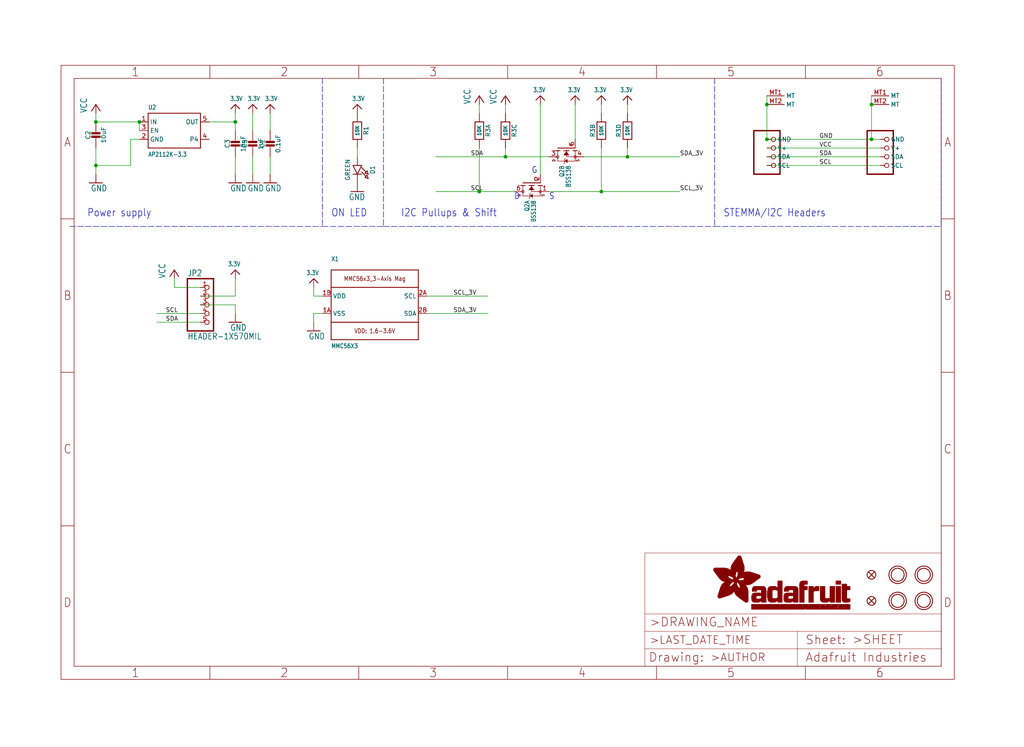
<source format=kicad_sch>
(kicad_sch (version 20211123) (generator eeschema)
  (paper "User" 298.45 217.881)
  (lib_symbols
    (symbol "eagleSchem-eagle-import:3.3V" (power)
      (property "Value" "3.3V" (at -1.524 1.016 0))
      (symbol "3.3V_1_0"
        (pin power_in line (at 0 -2.54 90) (length 2.54) (name "3.3V") (number "1"))
      )
    )
    (symbol "eagleSchem-eagle-import:CAP_CERAMIC0603_NO"
      (property "Reference" "C" (at -2.29 1.25 90))
      (property "Value" "CAP_CERAMIC0603_NO" (at 2.3 1.25 90))
      (symbol "CAP_CERAMIC0603_NO_1_0"
        (pin passive line (at 0 5.08 270) (length 2.54) (name "1") (number "1"))
        (pin passive line (at 0 -2.54 90) (length 2.54) (name "2") (number "2"))
      )
    )
    (symbol "eagleSchem-eagle-import:CAP_CERAMIC0805-NOOUTLINE"
      (property "Reference" "C" (at -2.29 1.25 90))
      (property "Value" "CAP_CERAMIC0805-NOOUTLINE" (at 2.3 1.25 90))
      (symbol "CAP_CERAMIC0805-NOOUTLINE_1_0"
        (pin passive line (at 0 5.08 270) (length 2.54) (name "1") (number "1"))
        (pin passive line (at 0 -2.54 90) (length 2.54) (name "2") (number "2"))
      )
    )
    (symbol "eagleSchem-eagle-import:FIDUCIAL_1MM")
    (symbol "eagleSchem-eagle-import:FRAME_A4_ADAFRUIT"
      (symbol "FRAME_A4_ADAFRUIT_0_0"
        (text "1" (at 21.6958 1.905 0) (effects (font (size 2.54 2.286))))
        (text "1" (at 21.6958 177.165 0) (effects (font (size 2.54 2.286))))
        (text "2" (at 65.0875 1.905 0) (effects (font (size 2.54 2.286))))
        (text "2" (at 65.0875 177.165 0) (effects (font (size 2.54 2.286))))
        (text "3" (at 108.4792 1.905 0) (effects (font (size 2.54 2.286))))
        (text "3" (at 108.4792 177.165 0) (effects (font (size 2.54 2.286))))
        (text "4" (at 151.8708 1.905 0) (effects (font (size 2.54 2.286))))
        (text "4" (at 151.8708 177.165 0) (effects (font (size 2.54 2.286))))
        (text "5" (at 195.2625 1.905 0) (effects (font (size 2.54 2.286))))
        (text "5" (at 195.2625 177.165 0) (effects (font (size 2.54 2.286))))
        (text "6" (at 238.6542 1.905 0) (effects (font (size 2.54 2.286))))
        (text "6" (at 238.6542 177.165 0) (effects (font (size 2.54 2.286))))
        (text "A" (at 1.905 156.6863 0) (effects (font (size 2.54 2.286))))
        (text "A" (at 258.445 156.6863 0) (effects (font (size 2.54 2.286))))
        (text "B" (at 1.905 111.9188 0) (effects (font (size 2.54 2.286))))
        (text "B" (at 258.445 111.9188 0) (effects (font (size 2.54 2.286))))
        (text "C" (at 1.905 67.1513 0) (effects (font (size 2.54 2.286))))
        (text "C" (at 258.445 67.1513 0) (effects (font (size 2.54 2.286))))
        (text "D" (at 1.905 22.3838 0) (effects (font (size 2.54 2.286))))
        (text "D" (at 258.445 22.3838 0) (effects (font (size 2.54 2.286))))
      )
      (symbol "FRAME_A4_ADAFRUIT_1_0"
        (text ">AUTHOR" (at 189.23 5.08 0) (effects (font (size 2.286 2.286)) (justify left bottom)))
        (text ">DRAWING_NAME" (at 171.45 15.24 0) (effects (font (size 2.54 2.54)) (justify left bottom)))
        (text ">LAST_DATE_TIME" (at 171.45 10.16 0) (effects (font (size 2.286 2.286)) (justify left bottom)))
        (text ">SHEET" (at 230.505 10.16 0) (effects (font (size 2.54 2.54)) (justify left bottom)))
        (text "Adafruit Industries" (at 216.916 4.953 0) (effects (font (size 2.54 2.54)) (justify left bottom)))
        (text "Drawing:" (at 171.196 4.953 0) (effects (font (size 2.54 2.54)) (justify left bottom)))
        (text "Sheet:" (at 216.916 10.033 0) (effects (font (size 2.54 2.54)) (justify left bottom)))
      )
    )
    (symbol "eagleSchem-eagle-import:GND" (power)
      (property "Value" "GND" (at -2.54 -2.54 0))
      (symbol "GND_1_0"
        (pin power_in line (at 0 2.54 270) (length 2.54) (name "GND") (number "1"))
      )
    )
    (symbol "eagleSchem-eagle-import:HEADER-1X570MIL"
      (property "Reference" "JP" (at -6.35 8.255 0))
      (property "Value" "HEADER-1X570MIL" (at -6.35 -10.16 0))
      (symbol "HEADER-1X570MIL_1_0"
        (pin passive inverted (at -2.54 5.08 0) (length 2.54) (name "1") (number "1"))
        (pin passive inverted (at -2.54 2.54 0) (length 2.54) (name "2") (number "2"))
        (pin passive inverted (at -2.54 0 0) (length 2.54) (name "3") (number "3"))
        (pin passive inverted (at -2.54 -2.54 0) (length 2.54) (name "4") (number "4"))
        (pin passive inverted (at -2.54 -5.08 0) (length 2.54) (name "5") (number "5"))
      )
    )
    (symbol "eagleSchem-eagle-import:LED0603_NOOUTLINE"
      (property "Reference" "D" (at -1.27 4.445 0))
      (property "Value" "LED0603_NOOUTLINE" (at -1.27 -2.794 0))
      (symbol "LED0603_NOOUTLINE_1_0"
        (pin passive line (at -5.08 0 0) (length 2.54) (name "A") (number "A"))
        (pin passive line (at 2.54 0 180) (length 2.54) (name "C") (number "C"))
      )
    )
    (symbol "eagleSchem-eagle-import:MMC56X3"
      (property "Reference" "X" (at -12.7 12.7 0))
      (property "Value" "MMC56X3" (at -12.7 -12.7 0))
      (symbol "MMC56X3_1_0"
        (text "MMC56x3_3-Axis Mag" (at 0 7.62 0) (effects (font (size 1.27 1.0795))))
        (text "VDD: 1.6-3.6V" (at 0 -7.62 0) (effects (font (size 1.27 1.0795))))
        (pin power_in line (at -15.24 -2.54 0) (length 2.54) (name "VSS") (number "1A"))
        (pin power_in line (at -15.24 2.54 0) (length 2.54) (name "VDD") (number "1B"))
        (pin input line (at 15.24 2.54 180) (length 2.54) (name "SCL") (number "2A"))
        (pin bidirectional line (at 15.24 -2.54 180) (length 2.54) (name "SDA") (number "2B"))
      )
    )
    (symbol "eagleSchem-eagle-import:MOSFET-N_DUAL"
      (property "Reference" "Q" (at 5.08 0.635 0))
      (property "Value" "MOSFET-N_DUAL" (at 5.08 -1.27 0))
      (symbol "MOSFET-N_DUAL_1_0"
        (text "D" (at 3.175 3.175 0) (effects (font (size 0.8128 0.6908)) (justify left bottom)))
        (text "G" (at -1.27 -1.905 0) (effects (font (size 0.8128 0.6908)) (justify left bottom)))
        (text "S" (at 3.175 -3.81 0) (effects (font (size 0.8128 0.6908)) (justify left bottom)))
        (pin bidirectional line (at 2.54 -5.08 90) (length 2.54) (name "S") (number "1"))
        (pin bidirectional line (at -2.54 -2.54 0) (length 2.54) (name "G") (number "2"))
        (pin bidirectional line (at 2.54 5.08 270) (length 2.54) (name "D") (number "6"))
      )
      (symbol "MOSFET-N_DUAL_2_0"
        (text "D" (at 3.175 3.175 0) (effects (font (size 0.8128 0.6908)) (justify left bottom)))
        (text "G" (at -1.27 -1.905 0) (effects (font (size 0.8128 0.6908)) (justify left bottom)))
        (text "S" (at 3.175 -3.81 0) (effects (font (size 0.8128 0.6908)) (justify left bottom)))
        (pin bidirectional line (at 2.54 5.08 270) (length 2.54) (name "D") (number "3"))
        (pin bidirectional line (at 2.54 -5.08 90) (length 2.54) (name "S") (number "4"))
        (pin bidirectional line (at -2.54 -2.54 0) (length 2.54) (name "G") (number "5"))
      )
    )
    (symbol "eagleSchem-eagle-import:MOUNTINGHOLE2.5")
    (symbol "eagleSchem-eagle-import:RESISTOR_0603_NOOUT"
      (property "Reference" "R" (at 0 2.54 0))
      (property "Value" "RESISTOR_0603_NOOUT" (at 0 0 0))
      (symbol "RESISTOR_0603_NOOUT_1_0"
        (pin passive line (at -5.08 0 0) (length 2.54) (name "1") (number "1"))
        (pin passive line (at 5.08 0 180) (length 2.54) (name "2") (number "2"))
      )
    )
    (symbol "eagleSchem-eagle-import:RESISTOR_4PACK"
      (property "Reference" "R" (at 0 2.54 0))
      (property "Value" "RESISTOR_4PACK" (at 0 0 0))
      (symbol "RESISTOR_4PACK_1_0"
        (pin passive line (at -5.08 0 0) (length 2.54) (name "1") (number "1"))
        (pin passive line (at 5.08 0 180) (length 2.54) (name "2") (number "8"))
      )
      (symbol "RESISTOR_4PACK_2_0"
        (pin passive line (at -5.08 0 0) (length 2.54) (name "1") (number "2"))
        (pin passive line (at 5.08 0 180) (length 2.54) (name "2") (number "7"))
      )
      (symbol "RESISTOR_4PACK_3_0"
        (pin passive line (at -5.08 0 0) (length 2.54) (name "1") (number "3"))
        (pin passive line (at 5.08 0 180) (length 2.54) (name "2") (number "6"))
      )
      (symbol "RESISTOR_4PACK_4_0"
        (pin passive line (at -5.08 0 0) (length 2.54) (name "1") (number "4"))
        (pin passive line (at 5.08 0 180) (length 2.54) (name "2") (number "5"))
      )
    )
    (symbol "eagleSchem-eagle-import:STEMMA_I2C_QT"
      (symbol "STEMMA_I2C_QT_1_0"
        (pin passive inverted (at 0 5.08 0) (length 2.54) (name "GND") (number "1"))
        (pin passive inverted (at 0 2.54 0) (length 2.54) (name "V+") (number "2"))
        (pin passive inverted (at 0 0 0) (length 2.54) (name "SDA") (number "3"))
        (pin passive inverted (at 0 -2.54 0) (length 2.54) (name "SCL") (number "4"))
      )
      (symbol "STEMMA_I2C_QT_2_0"
        (pin bidirectional line (at 0 0 0) (length 5.08) (name "MT") (number "MT1"))
      )
      (symbol "STEMMA_I2C_QT_3_0"
        (pin bidirectional line (at 0 0 0) (length 5.08) (name "MT") (number "MT2"))
      )
    )
    (symbol "eagleSchem-eagle-import:VCC" (power)
      (property "Value" "VCC" (at -2.54 -2.54 90))
      (symbol "VCC_1_0"
        (pin power_in line (at 0 -2.54 90) (length 2.54) (name "VCC") (number "1"))
      )
    )
    (symbol "eagleSchem-eagle-import:VREG_SOT23-5"
      (property "Reference" "U" (at -7.62 6.096 0))
      (property "Value" "VREG_SOT23-5" (at -7.62 -7.62 0))
      (symbol "VREG_SOT23-5_1_0"
        (pin power_in line (at -10.16 2.54 0) (length 2.54) (name "IN") (number "1"))
        (pin power_in line (at -10.16 -2.54 0) (length 2.54) (name "GND") (number "2"))
        (pin input line (at -10.16 0 0) (length 2.54) (name "EN") (number "3"))
        (pin bidirectional line (at 10.16 -2.54 180) (length 2.54) (name "P4") (number "4"))
        (pin power_in line (at 10.16 2.54 180) (length 2.54) (name "OUT") (number "5"))
      )
    )
  )
  (junction (at 223.52 40.64))
  (junction (at 254 30.48))
  (junction (at 175.26 55.88))
  (junction (at 68.58 35.56))
  (junction (at 182.88 45.72))
  (junction (at 27.94 48.26))
  (junction (at 27.94 35.56))
  (junction (at 40.64 35.56))
  (junction (at 223.52 30.48))
  (junction (at 147.32 45.72))
  (junction (at 139.7 55.88))
  (junction (at 254 40.64))
  (wire (pts (xy 58.42 93.98) (xy 45.72 93.98)))
  (wire (pts (xy 147.32 45.72) (xy 127 45.72)))
  (wire (pts (xy 68.58 45.72) (xy 68.58 50.8)))
  (wire (pts (xy 223.52 30.48) (xy 223.52 40.64)))
  (wire (pts (xy 68.58 88.9) (xy 68.58 91.44)))
  (wire (pts (xy 68.58 86.36) (xy 68.58 81.28)))
  (wire (pts (xy 256.54 45.72) (xy 223.52 45.72)))
  (wire (pts (xy 91.44 91.44) (xy 91.44 93.98)))
  (wire (pts (xy 27.94 48.26) (xy 27.94 43.18)))
  (wire (pts (xy 175.26 55.88) (xy 198.12 55.88)))
  (wire (pts (xy 182.88 45.72) (xy 198.12 45.72)))
  (wire (pts (xy 104.14 45.72) (xy 104.14 43.18)))
  (wire (pts (xy 58.42 86.36) (xy 68.58 86.36)))
  (wire (pts (xy 147.32 43.18) (xy 147.32 45.72)))
  (wire (pts (xy 40.64 40.64) (xy 38.1 40.64)))
  (wire (pts (xy 223.52 43.18) (xy 256.54 43.18)))
  (polyline (pts (xy 111.76 66.04) (xy 208.28 66.04)))
  (wire (pts (xy 93.98 86.36) (xy 91.44 86.36)))
  (wire (pts (xy 142.24 91.44) (xy 124.46 91.44)))
  (wire (pts (xy 91.44 86.36) (xy 91.44 83.82)))
  (wire (pts (xy 68.58 35.56) (xy 68.58 38.1)))
  (wire (pts (xy 175.26 43.18) (xy 175.26 55.88)))
  (polyline (pts (xy 93.98 22.86) (xy 93.98 66.04)))
  (wire (pts (xy 78.74 45.72) (xy 78.74 50.8)))
  (wire (pts (xy 93.98 91.44) (xy 91.44 91.44)))
  (wire (pts (xy 160.02 45.72) (xy 147.32 45.72)))
  (wire (pts (xy 139.7 43.18) (xy 139.7 55.88)))
  (wire (pts (xy 254 30.48) (xy 254 40.64)))
  (polyline (pts (xy 111.76 22.86) (xy 111.76 66.04)))
  (wire (pts (xy 38.1 40.64) (xy 38.1 48.26)))
  (wire (pts (xy 50.8 83.82) (xy 50.8 81.28)))
  (wire (pts (xy 60.96 35.56) (xy 68.58 35.56)))
  (wire (pts (xy 182.88 43.18) (xy 182.88 45.72)))
  (wire (pts (xy 78.74 33.02) (xy 78.74 38.1)))
  (wire (pts (xy 40.64 35.56) (xy 27.94 35.56)))
  (wire (pts (xy 182.88 33.02) (xy 182.88 30.48)))
  (wire (pts (xy 223.52 48.26) (xy 256.54 48.26)))
  (wire (pts (xy 147.32 33.02) (xy 147.32 30.48)))
  (wire (pts (xy 73.66 45.72) (xy 73.66 50.8)))
  (polyline (pts (xy 208.28 22.86) (xy 208.28 66.04)))
  (wire (pts (xy 40.64 38.1) (xy 40.64 35.56)))
  (wire (pts (xy 73.66 38.1) (xy 73.66 33.02)))
  (wire (pts (xy 58.42 88.9) (xy 68.58 88.9)))
  (wire (pts (xy 256.54 40.64) (xy 254 40.64)))
  (wire (pts (xy 167.64 40.64) (xy 167.64 30.48)))
  (wire (pts (xy 27.94 48.26) (xy 27.94 50.8)))
  (wire (pts (xy 254 27.94) (xy 254 30.48)))
  (wire (pts (xy 160.02 55.88) (xy 175.26 55.88)))
  (wire (pts (xy 139.7 55.88) (xy 127 55.88)))
  (wire (pts (xy 157.48 50.8) (xy 157.48 30.48)))
  (polyline (pts (xy 93.98 66.04) (xy 111.76 66.04)))
  (wire (pts (xy 27.94 33.02) (xy 27.94 35.56)))
  (wire (pts (xy 170.18 45.72) (xy 182.88 45.72)))
  (polyline (pts (xy 274.32 22.86) (xy 274.32 66.04)))
  (wire (pts (xy 139.7 30.48) (xy 139.7 33.02)))
  (wire (pts (xy 38.1 48.26) (xy 27.94 48.26)))
  (wire (pts (xy 175.26 33.02) (xy 175.26 30.48)))
  (wire (pts (xy 149.86 55.88) (xy 139.7 55.88)))
  (wire (pts (xy 58.42 83.82) (xy 50.8 83.82)))
  (wire (pts (xy 254 40.64) (xy 223.52 40.64)))
  (wire (pts (xy 68.58 35.56) (xy 68.58 33.02)))
  (polyline (pts (xy 208.28 66.04) (xy 274.32 66.04)))
  (wire (pts (xy 124.46 86.36) (xy 142.24 86.36)))
  (wire (pts (xy 223.52 27.94) (xy 223.52 30.48)))
  (polyline (pts (xy 20.32 66.04) (xy 93.98 66.04)))
  (wire (pts (xy 58.42 91.44) (xy 45.72 91.44)))
  (text "D" (at 149.86 58.42 180) (effects (font (size 1.778 1.5113)) (justify left bottom)))
  (text "S" (at 160.02 58.42 180) (effects (font (size 1.778 1.5113)) (justify left bottom)))
  (text "I2C Pullups & Shift" (at 116.84 63.5 180) (effects (font (size 2.1844 1.8567)) (justify left bottom)))
  (text "Power supply" (at 25.4 63.5 180) (effects (font (size 2.1844 1.8567)) (justify left bottom)))
  (text "G" (at 154.94 50.8 180) (effects (font (size 1.778 1.5113)) (justify left bottom)))
  (text "STEMMA/I2C Headers" (at 210.82 63.5 180) (effects (font (size 2.1844 1.8567)) (justify left bottom)))
  (text "ON LED" (at 96.52 63.5 180) (effects (font (size 2.1844 1.8567)) (justify left bottom)))
  (label "SCL_3V" (at 198.12 55.88 0) (effects (font (size 1.2446 1.2446))))
  (label "SCL" (at 137.16 55.88 0) (effects (font (size 1.2446 1.2446))))
  (label "SDA" (at 137.16 45.72 0) (effects (font (size 1.2446 1.2446))))
  (label "SCL" (at 238.76 48.26 0) (effects (font (size 1.2446 1.2446))))
  (label "SCL_3V" (at 132.08 86.36 0) (effects (font (size 1.2446 1.2446))))
  (label "SDA_3V" (at 198.12 45.72 0) (effects (font (size 1.2446 1.2446))))
  (label "SDA" (at 238.76 45.72 0) (effects (font (size 1.2446 1.2446))))
  (label "SDA_3V" (at 132.08 91.44 0) (effects (font (size 1.2446 1.2446))))
  (label "VCC" (at 238.76 43.18 0) (effects (font (size 1.2446 1.2446))))
  (label "SCL" (at 48.26 91.44 0) (effects (font (size 1.2446 1.2446))))
  (label "SDA" (at 48.26 93.98 0) (effects (font (size 1.2446 1.2446))))
  (label "GND" (at 238.76 40.64 0) (effects (font (size 1.2446 1.2446))))
  (symbol (lib_id "eagleSchem-eagle-import:FIDUCIAL_1MM") (at 254 167.64 0) (unit 1)
    (property "Reference" "FID4" (effects hide))
    (property "Value" "FIDUCIAL_1MM" (effects hide))
    (property "Footprint" "eagleSchem:FIDUCIAL_1MM" (effects hide))
  )
  (symbol (lib_id "eagleSchem-eagle-import:STEMMA_I2C_QT") (at 223.52 30.48 0) (unit 3)
    (property "Reference" "CONN3" (effects hide))
    (property "Value" "STEMMA_I2C_QT" (effects hide))
    (property "Footprint" "eagleSchem:JST_SH4" (effects hide))
  )
  (symbol (lib_id "eagleSchem-eagle-import:FRAME_A4_ADAFRUIT") (at 17.78 198.12 0) (unit 1)
    (property "Reference" "#U$18" (effects hide))
    (property "Value" "FRAME_A4_ADAFRUIT" (effects hide))
    (property "Footprint" "eagleSchem:" (effects hide))
  )
  (symbol (lib_id "eagleSchem-eagle-import:3.3V") (at 68.58 78.74 0) (mirror y) (unit 1)
    (property "Reference" "#U$8" (effects hide))
    (property "Value" "3.3V" (at 70.104 77.724 0) (effects (font (size 1.27 1.0795)) (justify left bottom)))
    (property "Footprint" "eagleSchem:" (effects hide))
  )
  (symbol (lib_id "eagleSchem-eagle-import:3.3V") (at 157.48 27.94 0) (mirror y) (unit 1)
    (property "Reference" "#U$26" (effects hide))
    (property "Value" "3.3V" (at 159.004 26.924 0) (effects (font (size 1.27 1.0795)) (justify left bottom)))
    (property "Footprint" "eagleSchem:" (effects hide))
  )
  (symbol (lib_id "eagleSchem-eagle-import:RESISTOR_4PACK") (at 182.88 38.1 90) (mirror x) (unit 4)
    (property "Reference" "R3" (at 180.34 38.1 0))
    (property "Value" "10K" (at 182.88 38.1 0) (effects (font (size 1.016 1.016) bold)))
    (property "Footprint" "eagleSchem:RESPACK_4X0603" (effects hide))
  )
  (symbol (lib_id "eagleSchem-eagle-import:VCC") (at 50.8 78.74 0) (unit 1)
    (property "Reference" "#P+4" (effects hide))
    (property "Value" "VCC" (at 48.26 81.28 90) (effects (font (size 1.778 1.5113)) (justify left bottom)))
    (property "Footprint" "eagleSchem:" (effects hide))
  )
  (symbol (lib_id "eagleSchem-eagle-import:3.3V") (at 175.26 27.94 0) (mirror y) (unit 1)
    (property "Reference" "#U$24" (effects hide))
    (property "Value" "3.3V" (at 176.784 26.924 0) (effects (font (size 1.27 1.0795)) (justify left bottom)))
    (property "Footprint" "eagleSchem:" (effects hide))
  )
  (symbol (lib_id "eagleSchem-eagle-import:RESISTOR_4PACK") (at 139.7 38.1 270) (unit 1)
    (property "Reference" "R3" (at 142.24 38.1 0))
    (property "Value" "10K" (at 139.7 38.1 0) (effects (font (size 1.016 1.016) bold)))
    (property "Footprint" "eagleSchem:RESPACK_4X0603" (effects hide))
  )
  (symbol (lib_id "eagleSchem-eagle-import:VCC") (at 147.32 27.94 0) (unit 1)
    (property "Reference" "#P+2" (effects hide))
    (property "Value" "VCC" (at 144.78 30.48 90) (effects (font (size 1.778 1.5113)) (justify left bottom)))
    (property "Footprint" "eagleSchem:" (effects hide))
  )
  (symbol (lib_id "eagleSchem-eagle-import:3.3V") (at 104.14 30.48 0) (unit 1)
    (property "Reference" "#U$3" (effects hide))
    (property "Value" "3.3V" (at 102.616 29.464 0) (effects (font (size 1.27 1.0795)) (justify left bottom)))
    (property "Footprint" "eagleSchem:" (effects hide))
  )
  (symbol (lib_id "eagleSchem-eagle-import:CAP_CERAMIC0805-NOOUTLINE") (at 27.94 40.64 0) (unit 1)
    (property "Reference" "C2" (at 25.65 39.39 90))
    (property "Value" "10uF" (at 30.24 39.39 90))
    (property "Footprint" "eagleSchem:0805-NO" (effects hide))
  )
  (symbol (lib_id "eagleSchem-eagle-import:CAP_CERAMIC0805-NOOUTLINE") (at 68.58 43.18 0) (unit 1)
    (property "Reference" "C3" (at 66.29 41.93 90))
    (property "Value" "10uF" (at 70.88 41.93 90))
    (property "Footprint" "eagleSchem:0805-NO" (effects hide))
  )
  (symbol (lib_id "eagleSchem-eagle-import:3.3V") (at 167.64 27.94 0) (mirror y) (unit 1)
    (property "Reference" "#U$23" (effects hide))
    (property "Value" "3.3V" (at 169.164 26.924 0) (effects (font (size 1.27 1.0795)) (justify left bottom)))
    (property "Footprint" "eagleSchem:" (effects hide))
  )
  (symbol (lib_id "eagleSchem-eagle-import:MOUNTINGHOLE2.5") (at 261.62 175.26 0) (unit 1)
    (property "Reference" "U$1" (effects hide))
    (property "Value" "MOUNTINGHOLE2.5" (effects hide))
    (property "Footprint" "eagleSchem:MOUNTINGHOLE_2.5_PLATED" (effects hide))
  )
  (symbol (lib_id "eagleSchem-eagle-import:VREG_SOT23-5") (at 50.8 38.1 0) (unit 1)
    (property "Reference" "U2" (at 43.18 32.004 0) (effects (font (size 1.27 1.0795)) (justify left bottom)))
    (property "Value" "AP2112K-3.3" (at 43.18 45.72 0) (effects (font (size 1.27 1.0795)) (justify left bottom)))
    (property "Footprint" "eagleSchem:SOT23-5" (effects hide))
  )
  (symbol (lib_id "eagleSchem-eagle-import:STEMMA_I2C_QT") (at 254 27.94 0) (unit 2)
    (property "Reference" "CONN4" (effects hide))
    (property "Value" "STEMMA_I2C_QT" (effects hide))
    (property "Footprint" "eagleSchem:JST_SH4" (effects hide))
  )
  (symbol (lib_id "eagleSchem-eagle-import:VCC") (at 27.94 30.48 0) (unit 1)
    (property "Reference" "#P+3" (effects hide))
    (property "Value" "VCC" (at 25.4 33.02 90) (effects (font (size 1.778 1.5113)) (justify left bottom)))
    (property "Footprint" "eagleSchem:" (effects hide))
  )
  (symbol (lib_id "eagleSchem-eagle-import:LED0603_NOOUTLINE") (at 104.14 50.8 270) (unit 1)
    (property "Reference" "D1" (at 108.585 49.53 0))
    (property "Value" "GREEN" (at 101.346 49.53 0))
    (property "Footprint" "eagleSchem:CHIPLED_0603_NOOUTLINE" (effects hide))
  )
  (symbol (lib_id "eagleSchem-eagle-import:GND") (at 68.58 93.98 0) (unit 1)
    (property "Reference" "#U$10" (effects hide))
    (property "Value" "GND" (at 67.056 96.52 0) (effects (font (size 1.778 1.5113)) (justify left bottom)))
    (property "Footprint" "eagleSchem:" (effects hide))
  )
  (symbol (lib_id "eagleSchem-eagle-import:STEMMA_I2C_QT") (at 256.54 45.72 0) (unit 1)
    (property "Reference" "CONN4" (effects hide))
    (property "Value" "STEMMA_I2C_QT" (effects hide))
    (property "Footprint" "eagleSchem:JST_SH4" (effects hide))
  )
  (symbol (lib_id "eagleSchem-eagle-import:3.3V") (at 68.58 30.48 0) (unit 1)
    (property "Reference" "#U$15" (effects hide))
    (property "Value" "3.3V" (at 67.056 29.464 0) (effects (font (size 1.27 1.0795)) (justify left bottom)))
    (property "Footprint" "eagleSchem:" (effects hide))
  )
  (symbol (lib_id "eagleSchem-eagle-import:CAP_CERAMIC0603_NO") (at 73.66 43.18 0) (unit 1)
    (property "Reference" "C5" (at 71.37 41.93 90))
    (property "Value" "1uF" (at 75.96 41.93 90))
    (property "Footprint" "eagleSchem:0603-NO" (effects hide))
  )
  (symbol (lib_id "eagleSchem-eagle-import:GND") (at 27.94 53.34 0) (unit 1)
    (property "Reference" "#U$13" (effects hide))
    (property "Value" "GND" (at 26.416 55.88 0) (effects (font (size 1.778 1.5113)) (justify left bottom)))
    (property "Footprint" "eagleSchem:" (effects hide))
  )
  (symbol (lib_id "eagleSchem-eagle-import:STEMMA_I2C_QT") (at 254 30.48 0) (unit 3)
    (property "Reference" "CONN4" (effects hide))
    (property "Value" "STEMMA_I2C_QT" (effects hide))
    (property "Footprint" "eagleSchem:JST_SH4" (effects hide))
  )
  (symbol (lib_id "eagleSchem-eagle-import:FIDUCIAL_1MM") (at 254 175.26 0) (unit 1)
    (property "Reference" "FID3" (effects hide))
    (property "Value" "FIDUCIAL_1MM" (effects hide))
    (property "Footprint" "eagleSchem:FIDUCIAL_1MM" (effects hide))
  )
  (symbol (lib_id "eagleSchem-eagle-import:RESISTOR_4PACK") (at 175.26 38.1 90) (mirror x) (unit 2)
    (property "Reference" "R3" (at 172.72 38.1 0))
    (property "Value" "10K" (at 175.26 38.1 0) (effects (font (size 1.016 1.016) bold)))
    (property "Footprint" "eagleSchem:RESPACK_4X0603" (effects hide))
  )
  (symbol (lib_id "eagleSchem-eagle-import:3.3V") (at 91.44 81.28 0) (mirror y) (unit 1)
    (property "Reference" "#U$9" (effects hide))
    (property "Value" "3.3V" (at 92.964 80.264 0) (effects (font (size 1.27 1.0795)) (justify left bottom)))
    (property "Footprint" "eagleSchem:" (effects hide))
  )
  (symbol (lib_id "eagleSchem-eagle-import:RESISTOR_0603_NOOUT") (at 104.14 38.1 270) (unit 1)
    (property "Reference" "R1" (at 106.68 38.1 0))
    (property "Value" "10K" (at 104.14 38.1 0) (effects (font (size 1.016 1.016) bold)))
    (property "Footprint" "eagleSchem:0603-NO" (effects hide))
  )
  (symbol (lib_id "eagleSchem-eagle-import:MOUNTINGHOLE2.5") (at 269.24 175.26 0) (unit 1)
    (property "Reference" "U$4" (effects hide))
    (property "Value" "MOUNTINGHOLE2.5" (effects hide))
    (property "Footprint" "eagleSchem:MOUNTINGHOLE_2.5_PLATED" (effects hide))
  )
  (symbol (lib_id "eagleSchem-eagle-import:GND") (at 104.14 55.88 0) (unit 1)
    (property "Reference" "#GND6" (effects hide))
    (property "Value" "GND" (at 101.6 58.42 0) (effects (font (size 1.778 1.5113)) (justify left bottom)))
    (property "Footprint" "eagleSchem:" (effects hide))
  )
  (symbol (lib_id "eagleSchem-eagle-import:3.3V") (at 182.88 27.94 0) (mirror y) (unit 1)
    (property "Reference" "#U$7" (effects hide))
    (property "Value" "3.3V" (at 184.404 26.924 0) (effects (font (size 1.27 1.0795)) (justify left bottom)))
    (property "Footprint" "eagleSchem:" (effects hide))
  )
  (symbol (lib_id "eagleSchem-eagle-import:MOUNTINGHOLE2.5") (at 261.62 167.64 0) (unit 1)
    (property "Reference" "U$17" (effects hide))
    (property "Value" "MOUNTINGHOLE2.5" (effects hide))
    (property "Footprint" "eagleSchem:MOUNTINGHOLE_2.5_PLATED" (effects hide))
  )
  (symbol (lib_id "eagleSchem-eagle-import:VCC") (at 139.7 27.94 0) (unit 1)
    (property "Reference" "#P+1" (effects hide))
    (property "Value" "VCC" (at 137.16 30.48 90) (effects (font (size 1.778 1.5113)) (justify left bottom)))
    (property "Footprint" "eagleSchem:" (effects hide))
  )
  (symbol (lib_id "eagleSchem-eagle-import:MOUNTINGHOLE2.5") (at 269.24 167.64 0) (unit 1)
    (property "Reference" "U$2" (effects hide))
    (property "Value" "MOUNTINGHOLE2.5" (effects hide))
    (property "Footprint" "eagleSchem:MOUNTINGHOLE_2.5_PLATED" (effects hide))
  )
  (symbol (lib_id "eagleSchem-eagle-import:MMC56X3") (at 109.22 88.9 0) (unit 1)
    (property "Reference" "X1" (at 96.52 76.2 0) (effects (font (size 1.27 1.0795)) (justify left bottom)))
    (property "Value" "MMC56X3" (at 96.52 101.6 0) (effects (font (size 1.27 1.0795)) (justify left bottom)))
    (property "Footprint" "eagleSchem:WLP-4" (effects hide))
  )
  (symbol (lib_id "eagleSchem-eagle-import:MOSFET-N_DUAL") (at 154.94 53.34 90) (mirror x) (unit 1)
    (property "Reference" "Q2" (at 154.305 58.42 0) (effects (font (size 1.27 1.0795)) (justify left bottom)))
    (property "Value" "BSS138" (at 156.21 58.42 0) (effects (font (size 1.27 1.0795)) (justify left bottom)))
    (property "Footprint" "eagleSchem:SOT363" (effects hide))
  )
  (symbol (lib_id "eagleSchem-eagle-import:STEMMA_I2C_QT") (at 223.52 45.72 0) (unit 1)
    (property "Reference" "CONN3" (effects hide))
    (property "Value" "STEMMA_I2C_QT" (effects hide))
    (property "Footprint" "eagleSchem:JST_SH4" (effects hide))
  )
  (symbol (lib_id "eagleSchem-eagle-import:CAP_CERAMIC0603_NO") (at 78.74 43.18 0) (unit 1)
    (property "Reference" "C1" (at 76.45 41.93 90))
    (property "Value" "0.1uF" (at 81.04 41.93 90))
    (property "Footprint" "eagleSchem:0603-NO" (effects hide))
  )
  (symbol (lib_id "eagleSchem-eagle-import:GND") (at 68.58 53.34 0) (unit 1)
    (property "Reference" "#U$5" (effects hide))
    (property "Value" "GND" (at 67.056 55.88 0) (effects (font (size 1.778 1.5113)) (justify left bottom)))
    (property "Footprint" "eagleSchem:" (effects hide))
  )
  (symbol (lib_id "eagleSchem-eagle-import:GND") (at 91.44 96.52 0) (unit 1)
    (property "Reference" "#U$12" (effects hide))
    (property "Value" "GND" (at 89.916 99.06 0) (effects (font (size 1.778 1.5113)) (justify left bottom)))
    (property "Footprint" "eagleSchem:" (effects hide))
  )
  (symbol (lib_id "eagleSchem-eagle-import:STEMMA_I2C_QT") (at 223.52 27.94 0) (unit 2)
    (property "Reference" "CONN3" (effects hide))
    (property "Value" "STEMMA_I2C_QT" (effects hide))
    (property "Footprint" "eagleSchem:JST_SH4" (effects hide))
  )
  (symbol (lib_id "eagleSchem-eagle-import:3.3V") (at 78.74 30.48 0) (unit 1)
    (property "Reference" "#U$14" (effects hide))
    (property "Value" "3.3V" (at 77.216 29.464 0) (effects (font (size 1.27 1.0795)) (justify left bottom)))
    (property "Footprint" "eagleSchem:" (effects hide))
  )
  (symbol (lib_id "eagleSchem-eagle-import:3.3V") (at 73.66 30.48 0) (unit 1)
    (property "Reference" "#U$22" (effects hide))
    (property "Value" "3.3V" (at 72.136 29.464 0) (effects (font (size 1.27 1.0795)) (justify left bottom)))
    (property "Footprint" "eagleSchem:" (effects hide))
  )
  (symbol (lib_id "eagleSchem-eagle-import:GND") (at 73.66 53.34 0) (unit 1)
    (property "Reference" "#U$27" (effects hide))
    (property "Value" "GND" (at 72.136 55.88 0) (effects (font (size 1.778 1.5113)) (justify left bottom)))
    (property "Footprint" "eagleSchem:" (effects hide))
  )
  (symbol (lib_id "eagleSchem-eagle-import:HEADER-1X570MIL") (at 60.96 88.9 0) (unit 1)
    (property "Reference" "JP2" (at 54.61 80.645 0) (effects (font (size 1.778 1.5113)) (justify left bottom)))
    (property "Value" "HEADER-1X570MIL" (at 54.61 99.06 0) (effects (font (size 1.778 1.5113)) (justify left bottom)))
    (property "Footprint" "eagleSchem:1X05_ROUND_70" (effects hide))
  )
  (symbol (lib_id "eagleSchem-eagle-import:RESISTOR_4PACK") (at 147.32 38.1 270) (unit 3)
    (property "Reference" "R3" (at 149.86 38.1 0))
    (property "Value" "10K" (at 147.32 38.1 0) (effects (font (size 1.016 1.016) bold)))
    (property "Footprint" "eagleSchem:RESPACK_4X0603" (effects hide))
  )
  (symbol (lib_id "eagleSchem-eagle-import:GND") (at 78.74 53.34 0) (unit 1)
    (property "Reference" "#U$6" (effects hide))
    (property "Value" "GND" (at 77.216 55.88 0) (effects (font (size 1.778 1.5113)) (justify left bottom)))
    (property "Footprint" "eagleSchem:" (effects hide))
  )
  (symbol (lib_id "eagleSchem-eagle-import:MOSFET-N_DUAL") (at 165.1 43.18 90) (mirror x) (unit 2)
    (property "Reference" "Q2" (at 164.465 48.26 0) (effects (font (size 1.27 1.0795)) (justify left bottom)))
    (property "Value" "BSS138" (at 166.37 48.26 0) (effects (font (size 1.27 1.0795)) (justify left bottom)))
    (property "Footprint" "eagleSchem:SOT363" (effects hide))
  )
)
</source>
